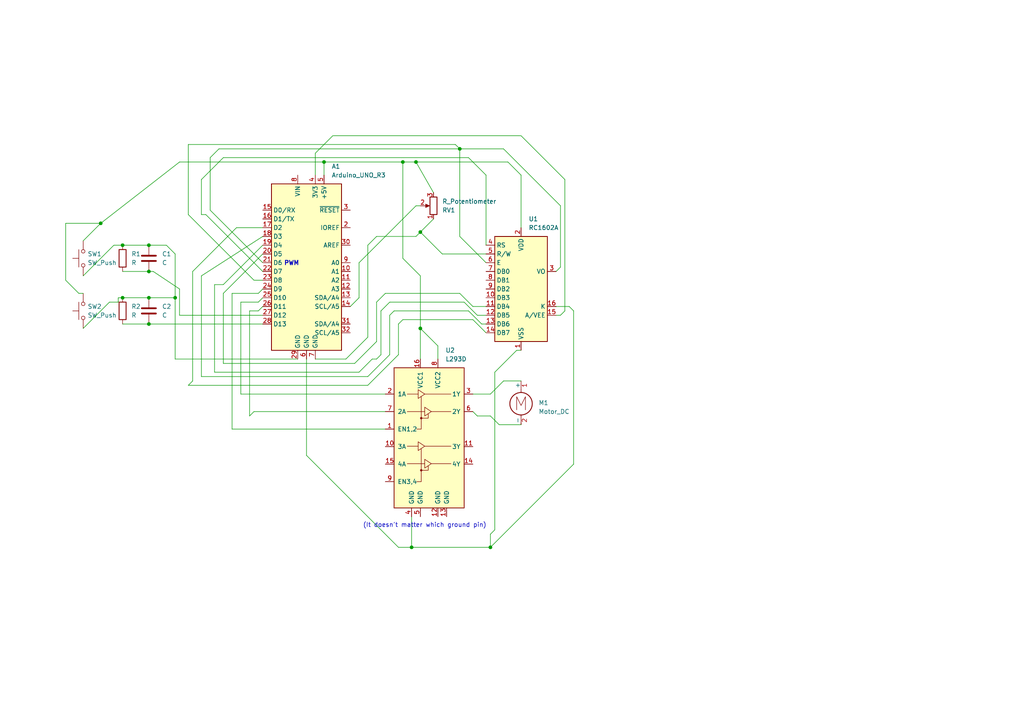
<source format=kicad_sch>
(kicad_sch (version 20231120) (generator "eeschema") (generator_version "8.0")
  (paper "A4")
  (lib_symbols
    (symbol "Device:C" (pin_numbers hide) (pin_names (offset 0.254))
      (property "Reference" "C" (at 0.635 2.54 0))
      (property "Value" "C" (at 0.635 -2.54 0))
      (symbol "C_0_1"
        (polyline (pts (xy -2.032 -0.762) (xy 2.032 -0.762)) (stroke (width 0.508)))
        (polyline (pts (xy -2.032 0.762) (xy 2.032 0.762)) (stroke (width 0.508)))
      )
      (symbol "C_1_1"
        (pin passive line (at 0 3.81 270) (length 2.794) (name "~") (number "1"))
        (pin passive line (at 0 -3.81 90) (length 2.794) (name "~") (number "2"))
      )
    )
    (symbol "Device:R" (pin_numbers hide) (pin_names (offset 0))
      (property "Reference" "R" (at 2.032 0 90))
      (property "Value" "R" (at 0 0 90))
      (symbol "R_0_1"
        (rectangle (start -1.016 -2.54) (end 1.016 2.54) (stroke (width 0.254)))
      )
      (symbol "R_1_1"
        (pin passive line (at 0 3.81 270) (length 1.27) (name "~") (number "1"))
        (pin passive line (at 0 -3.81 90) (length 1.27) (name "~") (number "2"))
      )
    )
    (symbol "Device:R_Potentiometer" (pin_names (offset 1.016) hide)
      (property "Reference" "RV" (at -4.445 0 90))
      (property "Value" "R_Potentiometer" (at -2.54 0 90))
      (symbol "R_Potentiometer_0_1"
        (polyline (pts (xy 2.54 0) (xy 1.524 0)))
        (polyline (pts (xy 1.143 0) (xy 2.286 0.508) (xy 2.286 -0.508) (xy 1.143 0)) (fill (type outline)))
        (rectangle (start 1.016 2.54) (end -1.016 -2.54) (stroke (width 0.254)))
      )
      (symbol "R_Potentiometer_1_1"
        (pin passive line (at 0 3.81 270) (length 1.27) (name "1") (number "1"))
        (pin passive line (at 3.81 0 180) (length 1.27) (name "2") (number "2"))
        (pin passive line (at 0 -3.81 90) (length 1.27) (name "3") (number "3"))
      )
    )
    (symbol "Display_Character:RC1602A"
      (property "Reference" "U" (at -6.35 16.51 0))
      (property "Value" "RC1602A" (at 2.794 16.51 0))
      (symbol "RC1602A_0_1"
        (rectangle (start -7.62 15.24) (end 7.62 -15.24) (stroke (width 0.254)) (fill (type background)))
      )
      (symbol "RC1602A_1_1"
        (pin power_in line (at 0 -17.78 90) (length 2.54) (name "VSS") (number "1"))
        (pin bidirectional line (at -10.16 -2.54 0) (length 2.54) (name "DB3") (number "10"))
        (pin bidirectional line (at -10.16 -5.08 0) (length 2.54) (name "DB4") (number "11"))
        (pin bidirectional line (at -10.16 -7.62 0) (length 2.54) (name "DB5") (number "12"))
        (pin bidirectional line (at -10.16 -10.16 0) (length 2.54) (name "DB6") (number "13"))
        (pin bidirectional line (at -10.16 -12.7 0) (length 2.54) (name "DB7") (number "14"))
        (pin power_in line (at 10.16 -7.62 180) (length 2.54) (name "A/VEE") (number "15"))
        (pin power_in line (at 10.16 -5.08 180) (length 2.54) (name "K") (number "16"))
        (pin power_in line (at 0 17.78 270) (length 2.54) (name "VDD") (number "2"))
        (pin power_in line (at 10.16 5.08 180) (length 2.54) (name "VO") (number "3"))
        (pin input line (at -10.16 12.7 0) (length 2.54) (name "RS") (number "4"))
        (pin input line (at -10.16 10.16 0) (length 2.54) (name "R/W") (number "5"))
        (pin input line (at -10.16 7.62 0) (length 2.54) (name "E") (number "6"))
        (pin bidirectional line (at -10.16 5.08 0) (length 2.54) (name "DB0") (number "7"))
        (pin bidirectional line (at -10.16 2.54 0) (length 2.54) (name "DB1") (number "8"))
        (pin bidirectional line (at -10.16 0 0) (length 2.54) (name "DB2") (number "9"))
      )
    )
    (symbol "Driver_Motor:L293D" (pin_names (offset 1.016))
      (property "Reference" "U" (at -5.08 26.035 0))
      (property "Value" "L293D" (at -5.08 24.13 0))
      (symbol "L293D_0_1"
        (rectangle (start -10.16 22.86) (end 10.16 -17.78) (stroke (width 0.254)) (fill (type background)))
        (circle (center -2.286 -6.858) (radius 0.254) (fill (type outline)))
        (circle (center -2.286 8.255) (radius 0.254) (fill (type outline)))
        (polyline (pts (xy -6.35 -4.953) (xy -1.27 -4.953)))
        (polyline (pts (xy -6.35 0.127) (xy -3.175 0.127)))
        (polyline (pts (xy -6.35 10.16) (xy -1.27 10.16)))
        (polyline (pts (xy -6.35 15.24) (xy -3.175 15.24)))
        (polyline (pts (xy -1.27 0.127) (xy 6.35 0.127)))
        (polyline (pts (xy -1.27 15.24) (xy 6.35 15.24)))
        (polyline (pts (xy 0.635 -4.953) (xy 6.35 -4.953)))
        (polyline (pts (xy 0.635 10.16) (xy 6.35 10.16)))
        (polyline (pts (xy -2.286 -6.858) (xy -0.254 -6.858) (xy -0.254 -5.588)))
        (polyline (pts (xy -2.286 -0.635) (xy -2.286 -10.16) (xy -3.556 -10.16)))
        (polyline (pts (xy -2.286 8.255) (xy -0.254 8.255) (xy -0.254 9.525)))
        (polyline (pts (xy -2.286 14.478) (xy -2.286 5.08) (xy -3.556 5.08)))
        (polyline (pts (xy -3.175 1.397) (xy -3.175 -1.143) (xy -1.27 0.127) (xy -3.175 1.397)))
        (polyline (pts (xy -3.175 16.51) (xy -3.175 13.97) (xy -1.27 15.24) (xy -3.175 16.51)))
        (polyline (pts (xy -1.27 -3.683) (xy -1.27 -6.223) (xy 0.635 -4.953) (xy -1.27 -3.683)))
        (polyline (pts (xy -1.27 11.43) (xy -1.27 8.89) (xy 0.635 10.16) (xy -1.27 11.43)))
      )
      (symbol "L293D_1_1"
        (pin input line (at -12.7 5.08 0) (length 2.54) (name "EN1,2") (number "1"))
        (pin input line (at -12.7 0 0) (length 2.54) (name "3A") (number "10"))
        (pin output line (at 12.7 0 180) (length 2.54) (name "3Y") (number "11"))
        (pin power_in line (at 2.54 -20.32 90) (length 2.54) (name "GND") (number "12"))
        (pin power_in line (at 5.08 -20.32 90) (length 2.54) (name "GND") (number "13"))
        (pin output line (at 12.7 -5.08 180) (length 2.54) (name "4Y") (number "14"))
        (pin input line (at -12.7 -5.08 0) (length 2.54) (name "4A") (number "15"))
        (pin power_in line (at -2.54 25.4 270) (length 2.54) (name "VCC1") (number "16"))
        (pin input line (at -12.7 15.24 0) (length 2.54) (name "1A") (number "2"))
        (pin output line (at 12.7 15.24 180) (length 2.54) (name "1Y") (number "3"))
        (pin power_in line (at -5.08 -20.32 90) (length 2.54) (name "GND") (number "4"))
        (pin power_in line (at -2.54 -20.32 90) (length 2.54) (name "GND") (number "5"))
        (pin output line (at 12.7 10.16 180) (length 2.54) (name "2Y") (number "6"))
        (pin input line (at -12.7 10.16 0) (length 2.54) (name "2A") (number "7"))
        (pin power_in line (at 2.54 25.4 270) (length 2.54) (name "VCC2") (number "8"))
        (pin input line (at -12.7 -10.16 0) (length 2.54) (name "EN3,4") (number "9"))
      )
    )
    (symbol "MCU_Module:Arduino_UNO_R3"
      (property "Reference" "A" (at -10.16 23.495 0))
      (property "Value" "Arduino_UNO_R3" (at 5.08 -26.67 0))
      (symbol "Arduino_UNO_R3_0_1"
        (rectangle (start -10.16 22.86) (end 10.16 -25.4) (stroke (width 0.254)) (fill (type background)))
      )
      (symbol "Arduino_UNO_R3_1_1"
        (pin no_connect line (at -10.16 -20.32 0) (length 2.54) hide (name "NC") (number "1"))
        (pin bidirectional line (at 12.7 -2.54 180) (length 2.54) (name "A1") (number "10"))
        (pin bidirectional line (at 12.7 -5.08 180) (length 2.54) (name "A2") (number "11"))
        (pin bidirectional line (at 12.7 -7.62 180) (length 2.54) (name "A3") (number "12"))
        (pin bidirectional line (at 12.7 -10.16 180) (length 2.54) (name "SDA/A4") (number "13"))
        (pin bidirectional line (at 12.7 -12.7 180) (length 2.54) (name "SCL/A5") (number "14"))
        (pin bidirectional line (at -12.7 15.24 0) (length 2.54) (name "D0/RX") (number "15"))
        (pin bidirectional line (at -12.7 12.7 0) (length 2.54) (name "D1/TX") (number "16"))
        (pin bidirectional line (at -12.7 10.16 0) (length 2.54) (name "D2") (number "17"))
        (pin bidirectional line (at -12.7 7.62 0) (length 2.54) (name "D3") (number "18"))
        (pin bidirectional line (at -12.7 5.08 0) (length 2.54) (name "D4") (number "19"))
        (pin output line (at 12.7 10.16 180) (length 2.54) (name "IOREF") (number "2"))
        (pin bidirectional line (at -12.7 2.54 0) (length 2.54) (name "D5") (number "20"))
        (pin bidirectional line (at -12.7 0 0) (length 2.54) (name "D6") (number "21"))
        (pin bidirectional line (at -12.7 -2.54 0) (length 2.54) (name "D7") (number "22"))
        (pin bidirectional line (at -12.7 -5.08 0) (length 2.54) (name "D8") (number "23"))
        (pin bidirectional line (at -12.7 -7.62 0) (length 2.54) (name "D9") (number "24"))
        (pin bidirectional line (at -12.7 -10.16 0) (length 2.54) (name "D10") (number "25"))
        (pin bidirectional line (at -12.7 -12.7 0) (length 2.54) (name "D11") (number "26"))
        (pin bidirectional line (at -12.7 -15.24 0) (length 2.54) (name "D12") (number "27"))
        (pin bidirectional line (at -12.7 -17.78 0) (length 2.54) (name "D13") (number "28"))
        (pin power_in line (at -2.54 -27.94 90) (length 2.54) (name "GND") (number "29"))
        (pin input line (at 12.7 15.24 180) (length 2.54) (name "~{RESET}") (number "3"))
        (pin input line (at 12.7 5.08 180) (length 2.54) (name "AREF") (number "30"))
        (pin bidirectional line (at 12.7 -17.78 180) (length 2.54) (name "SDA/A4") (number "31"))
        (pin bidirectional line (at 12.7 -20.32 180) (length 2.54) (name "SCL/A5") (number "32"))
        (pin power_out line (at 2.54 25.4 270) (length 2.54) (name "3V3") (number "4"))
        (pin power_out line (at 5.08 25.4 270) (length 2.54) (name "+5V") (number "5"))
        (pin power_in line (at 0 -27.94 90) (length 2.54) (name "GND") (number "6"))
        (pin power_in line (at 2.54 -27.94 90) (length 2.54) (name "GND") (number "7"))
        (pin power_in line (at -2.54 25.4 270) (length 2.54) (name "VIN") (number "8"))
        (pin bidirectional line (at 12.7 0 180) (length 2.54) (name "A0") (number "9"))
      )
    )
    (symbol "Motor:Motor_DC" (pin_names (offset 0))
      (property "Reference" "M" (at 2.54 2.54 0))
      (property "Value" "Motor_DC" (at 2.54 -5.08 0))
      (symbol "Motor_DC_0_0"
        (polyline (pts (xy -1.27 -3.302) (xy -1.27 0.508) (xy 0 -2.032) (xy 1.27 0.508) (xy 1.27 -3.302)))
      )
      (symbol "Motor_DC_0_1"
        (circle (center 0 -1.524) (radius 3.2512) (stroke (width 0.254)))
        (polyline (pts (xy 0 -7.62) (xy 0 -7.112)))
        (polyline (pts (xy 0 -4.7752) (xy 0 -5.1816)))
        (polyline (pts (xy 0 1.7272) (xy 0 2.0828)))
        (polyline (pts (xy 0 2.032) (xy 0 2.54)))
      )
      (symbol "Motor_DC_1_1"
        (pin passive line (at 0 5.08 270) (length 2.54) (name "+") (number "1"))
        (pin passive line (at 0 -7.62 90) (length 2.54) (name "-") (number "2"))
      )
    )
    (symbol "Switch:SW_Push" (pin_numbers hide) (pin_names (offset 1.016) hide)
      (property "Reference" "SW" (at 1.27 2.54 0))
      (property "Value" "SW_Push" (at 0 -1.524 0))
      (symbol "SW_Push_0_1"
        (circle (center -2.032 0) (radius 0.508))
        (polyline (pts (xy 0 1.27) (xy 0 3.048)))
        (polyline (pts (xy 2.54 1.27) (xy -2.54 1.27)))
        (circle (center 2.032 0) (radius 0.508))
        (pin passive line (at -5.08 0 0) (length 2.54) (name "1") (number "1"))
        (pin passive line (at 5.08 0 180) (length 2.54) (name "2") (number "2"))
      )
    )
  )
  (junction (at 121.92 95.25))
  (junction (at 29.21 64.77))
  (junction (at 142.24 158.75))
  (junction (at 133.35 43.18))
  (junction (at 43.18 93.98))
  (junction (at 116.84 46.99))
  (junction (at 43.18 86.36))
  (junction (at 35.56 71.12))
  (junction (at 119.38 158.75))
  (junction (at 120.65 46.99))
  (junction (at 35.56 86.36))
  (junction (at 121.92 67.31))
  (junction (at 43.18 71.12))
  (junction (at 50.8 86.36))
  (junction (at 43.18 78.74))
  (junction (at 93.98 46.99))
  (wire (pts (xy 133.35 43.18) (xy 146.05 43.18)))
  (wire (pts (xy 31.75 87.63) (xy 34.29 87.63)))
  (wire (pts (xy 19.05 64.77) (xy 29.21 64.77)))
  (wire (pts (xy 144.78 123.19) (xy 142.24 120.65)))
  (wire (pts (xy 138.43 120.65) (xy 137.16 119.38)))
  (wire (pts (xy 120.65 59.69) (xy 104.14 76.2)))
  (wire (pts (xy 142.24 154.94) (xy 142.24 158.75)))
  (wire (pts (xy 133.35 43.18) (xy 133.35 68.58)))
  (wire (pts (xy 104.14 86.36) (xy 101.6 88.9)))
  (wire (pts (xy 67.31 85.09) (xy 67.31 124.46)))
  (wire (pts (xy 109.22 104.14) (xy 107.95 104.14)))
  (wire (pts (xy 58.42 109.22) (xy 106.68 109.22)))
  (wire (pts (xy 139.7 93.98) (xy 135.89 90.17)))
  (wire (pts (xy 116.84 46.99) (xy 116.84 74.93)))
  (wire (pts (xy 106.68 111.76) (xy 115.57 102.87)))
  (wire (pts (xy 43.18 93.98) (xy 76.2 93.98)))
  (wire (pts (xy 62.23 82.55) (xy 62.23 107.95)))
  (wire (pts (xy 93.98 46.99) (xy 116.84 46.99)))
  (wire (pts (xy 120.65 68.58) (xy 121.92 67.31)))
  (wire (pts (xy 64.77 85.09) (xy 76.2 73.66)))
  (wire (pts (xy 58.42 80.01) (xy 76.2 68.58)))
  (wire (pts (xy 109.22 99.06) (xy 102.87 105.41)))
  (wire (pts (xy 133.35 68.58) (xy 140.97 76.2)))
  (wire (pts (xy 163.83 52.07) (xy 151.13 39.37)))
  (wire (pts (xy 120.65 46.99) (xy 147.32 46.99)))
  (wire (pts (xy 52.07 46.99) (xy 29.21 64.77)))
  (wire (pts (xy 76.2 76.2) (xy 60.96 60.96)))
  (wire (pts (xy 109.22 87.63) (xy 109.22 99.06)))
  (wire (pts (xy 74.93 90.17) (xy 76.2 88.9)))
  (wire (pts (xy 52.07 91.44) (xy 76.2 91.44)))
  (wire (pts (xy 121.92 104.14) (xy 121.92 95.25)))
  (wire (pts (xy 68.58 66.04) (xy 55.88 78.74)))
  (wire (pts (xy 104.14 76.2) (xy 104.14 86.36)))
  (wire (pts (xy 106.68 97.79) (xy 106.68 71.12)))
  (wire (pts (xy 74.93 85.09) (xy 76.2 83.82)))
  (wire (pts (xy 43.18 71.12) (xy 48.26 71.12)))
  (wire (pts (xy 161.29 88.9) (xy 165.1 88.9)))
  (wire (pts (xy 111.76 85.09) (xy 109.22 87.63)))
  (wire (pts (xy 146.05 43.18) (xy 162.56 59.69)))
  (wire (pts (xy 48.26 71.12) (xy 50.8 73.66)))
  (wire (pts (xy 135.89 90.17) (xy 114.3 90.17)))
  (wire (pts (xy 116.84 46.99) (xy 120.65 46.99)))
  (wire (pts (xy 128.27 73.66) (xy 121.92 67.31)))
  (wire (pts (xy 109.22 68.58) (xy 120.65 68.58)))
  (wire (pts (xy 64.77 105.41) (xy 102.87 105.41)))
  (wire (pts (xy 133.35 85.09) (xy 111.76 85.09)))
  (wire (pts (xy 88.9 104.14) (xy 88.9 132.08)))
  (wire (pts (xy 113.03 102.87) (xy 106.68 109.22)))
  (wire (pts (xy 111.76 119.38) (xy 73.66 119.38)))
  (wire (pts (xy 54.61 41.91) (xy 132.08 41.91)))
  (wire (pts (xy 151.13 39.37) (xy 96.52 39.37)))
  (wire (pts (xy 161.29 91.44) (xy 162.56 91.44)))
  (wire (pts (xy 35.56 93.98) (xy 43.18 93.98)))
  (wire (pts (xy 142.24 120.65) (xy 138.43 120.65)))
  (wire (pts (xy 62.23 82.55) (xy 64.77 82.55)))
  (wire (pts (xy 60.96 45.72) (xy 63.5 43.18)))
  (wire (pts (xy 54.61 111.76) (xy 106.68 111.76)))
  (wire (pts (xy 88.9 132.08) (xy 115.57 158.75)))
  (wire (pts (xy 135.89 45.72) (xy 64.77 45.72)))
  (wire (pts (xy 91.44 44.45) (xy 91.44 50.8)))
  (wire (pts (xy 140.97 93.98) (xy 139.7 93.98)))
  (wire (pts (xy 55.88 78.74) (xy 55.88 110.49)))
  (wire (pts (xy 50.8 73.66) (xy 50.8 86.36)))
  (wire (pts (xy 72.39 90.17) (xy 74.93 90.17)))
  (wire (pts (xy 143.51 107.95) (xy 143.51 153.67)))
  (wire (pts (xy 119.38 149.86) (xy 119.38 158.75)))
  (wire (pts (xy 113.03 91.44) (xy 113.03 102.87)))
  (wire (pts (xy 35.56 78.74) (xy 43.18 78.74)))
  (wire (pts (xy 58.42 52.07) (xy 58.42 62.23)))
  (wire (pts (xy 106.68 71.12) (xy 109.22 68.58)))
  (wire (pts (xy 22.86 85.09) (xy 19.05 81.28)))
  (wire (pts (xy 63.5 43.18) (xy 133.35 43.18)))
  (wire (pts (xy 146.05 110.49) (xy 151.13 110.49)))
  (wire (pts (xy 50.8 86.36) (xy 50.8 104.14)))
  (wire (pts (xy 151.13 101.6) (xy 149.86 101.6)))
  (wire (pts (xy 34.29 86.36) (xy 35.56 86.36)))
  (wire (pts (xy 121.92 59.69) (xy 120.65 59.69)))
  (wire (pts (xy 43.18 78.74) (xy 44.45 78.74)))
  (wire (pts (xy 58.42 109.22) (xy 58.42 80.01)))
  (wire (pts (xy 115.57 93.98) (xy 116.84 92.71)))
  (wire (pts (xy 115.57 158.75) (xy 119.38 158.75)))
  (wire (pts (xy 166.37 134.62) (xy 142.24 158.75)))
  (wire (pts (xy 73.66 119.38) (xy 72.39 120.65)))
  (wire (pts (xy 96.52 39.37) (xy 91.44 44.45)))
  (wire (pts (xy 120.65 46.99) (xy 125.73 55.88)))
  (wire (pts (xy 151.13 66.04) (xy 151.13 50.8)))
  (wire (pts (xy 137.16 114.3) (xy 142.24 114.3)))
  (wire (pts (xy 110.49 90.17) (xy 110.49 102.87)))
  (wire (pts (xy 140.97 71.12) (xy 140.97 50.8)))
  (wire (pts (xy 55.88 110.49) (xy 54.61 111.76)))
  (wire (pts (xy 162.56 59.69) (xy 162.56 77.47)))
  (wire (pts (xy 59.69 62.23) (xy 76.2 78.74)))
  (wire (pts (xy 132.08 41.91) (xy 133.35 43.18)))
  (wire (pts (xy 151.13 50.8) (xy 147.32 46.99)))
  (wire (pts (xy 127 100.33) (xy 121.92 95.25)))
  (wire (pts (xy 50.8 104.14) (xy 86.36 104.14)))
  (wire (pts (xy 43.18 86.36) (xy 50.8 86.36)))
  (wire (pts (xy 73.66 81.28) (xy 54.61 62.23)))
  (wire (pts (xy 143.51 153.67) (xy 142.24 154.94)))
  (wire (pts (xy 52.07 83.82) (xy 52.07 91.44)))
  (wire (pts (xy 165.1 88.9) (xy 166.37 90.17)))
  (wire (pts (xy 44.45 78.74) (xy 52.07 83.82)))
  (wire (pts (xy 121.92 95.25) (xy 121.92 80.01)))
  (wire (pts (xy 74.93 87.63) (xy 76.2 86.36)))
  (wire (pts (xy 151.13 123.19) (xy 144.78 123.19)))
  (wire (pts (xy 113.03 87.63) (xy 110.49 90.17)))
  (wire (pts (xy 138.43 91.44) (xy 134.62 87.63)))
  (wire (pts (xy 64.77 85.09) (xy 64.77 105.41)))
  (wire (pts (xy 140.97 73.66) (xy 128.27 73.66)))
  (wire (pts (xy 166.37 90.17) (xy 166.37 134.62)))
  (wire (pts (xy 67.31 85.09) (xy 74.93 85.09)))
  (wire (pts (xy 64.77 45.72) (xy 58.42 52.07)))
  (wire (pts (xy 64.77 82.55) (xy 76.2 71.12)))
  (wire (pts (xy 121.92 80.01) (xy 116.84 74.93)))
  (wire (pts (xy 24.13 85.09) (xy 22.86 85.09)))
  (wire (pts (xy 93.98 46.99) (xy 93.98 50.8)))
  (wire (pts (xy 100.33 104.14) (xy 106.68 97.79)))
  (wire (pts (xy 52.07 46.99) (xy 93.98 46.99)))
  (wire (pts (xy 162.56 77.47) (xy 161.29 78.74)))
  (wire (pts (xy 35.56 86.36) (xy 43.18 86.36)))
  (wire (pts (xy 24.13 80.01) (xy 33.02 71.12)))
  (wire (pts (xy 142.24 114.3) (xy 146.05 110.49)))
  (wire (pts (xy 33.02 71.12) (xy 35.56 71.12)))
  (wire (pts (xy 29.21 64.77) (xy 24.13 69.85)))
  (wire (pts (xy 137.16 92.71) (xy 140.97 96.52)))
  (wire (pts (xy 72.39 90.17) (xy 72.39 120.65)))
  (wire (pts (xy 24.13 95.25) (xy 31.75 87.63)))
  (wire (pts (xy 76.2 81.28) (xy 73.66 81.28)))
  (wire (pts (xy 116.84 92.71) (xy 137.16 92.71)))
  (wire (pts (xy 162.56 91.44) (xy 163.83 90.17)))
  (wire (pts (xy 149.86 101.6) (xy 143.51 107.95)))
  (wire (pts (xy 140.97 91.44) (xy 138.43 91.44)))
  (wire (pts (xy 134.62 87.63) (xy 113.03 87.63)))
  (wire (pts (xy 69.85 87.63) (xy 74.93 87.63)))
  (wire (pts (xy 140.97 88.9) (xy 137.16 88.9)))
  (wire (pts (xy 107.95 104.14) (xy 104.14 107.95)))
  (wire (pts (xy 110.49 102.87) (xy 109.22 104.14)))
  (wire (pts (xy 121.92 67.31) (xy 125.73 63.5)))
  (wire (pts (xy 76.2 66.04) (xy 68.58 66.04)))
  (wire (pts (xy 67.31 124.46) (xy 111.76 124.46)))
  (wire (pts (xy 54.61 41.91) (xy 54.61 62.23)))
  (wire (pts (xy 60.96 60.96) (xy 60.96 45.72)))
  (wire (pts (xy 69.85 114.3) (xy 111.76 114.3)))
  (wire (pts (xy 114.3 90.17) (xy 113.03 91.44)))
  (wire (pts (xy 62.23 107.95) (xy 104.14 107.95)))
  (wire (pts (xy 91.44 104.14) (xy 100.33 104.14)))
  (wire (pts (xy 137.16 88.9) (xy 133.35 85.09)))
  (wire (pts (xy 69.85 87.63) (xy 69.85 114.3)))
  (wire (pts (xy 115.57 102.87) (xy 115.57 93.98)))
  (wire (pts (xy 35.56 71.12) (xy 43.18 71.12)))
  (wire (pts (xy 140.97 50.8) (xy 135.89 45.72)))
  (wire (pts (xy 127 104.14) (xy 127 100.33)))
  (wire (pts (xy 58.42 62.23) (xy 59.69 62.23)))
  (wire (pts (xy 163.83 90.17) (xy 163.83 52.07)))
  (wire (pts (xy 34.29 87.63) (xy 34.29 86.36)))
  (wire (pts (xy 19.05 64.77) (xy 19.05 81.28)))
  (wire (pts (xy 119.38 158.75) (xy 142.24 158.75)))
  (text "(It doesn't matter which ground pin)" (at 123.19 152.4 0) (effects (font (size 1.27 1.27))))
  (text "~" (at 83.058 76.454 0) (effects (font (size 1.27 1.27) (thickness 0.254) (bold yes))))
  (text "PWM" (at 84.582 76.454 0) (effects (font (size 1.27 1.27) (thickness 0.254) (bold yes))))
  (text "~" (at 83.058 76.454 0) (effects (font (size 1.27 1.27) (thickness 0.254) (bold yes))))
  (symbol (lib_id "Device:C") (at 43.18 74.93 0) (unit 1)
    (property "Reference" "C1" (at 46.99 73.6599 0) (effects (justify left)))
    (property "Value" "C" (at 46.99 76.1999 0) (effects (justify left)))
    (property "Description" "Unpolarized capacitor" (effects (hide yes)))
  )
  (symbol (lib_id "Display_Character:RC1602A") (at 151.13 83.82 0) (unit 1)
    (property "Reference" "U1" (at 153.3241 63.5 0) (effects (justify left)))
    (property "Value" "RC1602A" (at 153.3241 66.04 0) (effects (justify left)))
    (property "Footprint" "Display:RC1602A" (effects (hide yes)))
    (property "Datasheet" "http://www.raystar-optronics.com/down.php?ProID=18" (effects (hide yes)))
    (property "Description" "LCD 16x2 Alphanumeric gray backlight, 3 or 5V VDD" (effects (hide yes)))
  )
  (symbol (lib_id "Motor:Motor_DC") (at 151.13 115.57 0) (unit 1)
    (property "Reference" "M1" (at 156.21 116.8399 0) (effects (justify left)))
    (property "Value" "Motor_DC" (at 156.21 119.3799 0) (effects (justify left)))
    (property "Description" "DC Motor" (effects (hide yes)))
  )
  (symbol (lib_id "MCU_Module:Arduino_UNO_R3") (at 88.9 76.2 0) (unit 1)
    (property "Reference" "A1" (at 96.1741 48.26 0) (effects (justify left)))
    (property "Value" "Arduino_UNO_R3" (at 96.1741 50.8 0) (effects (justify left)))
    (property "Footprint" "Module:Arduino_UNO_R3" (effects (hide yes)))
    (property "Datasheet" "https://www.arduino.cc/en/Main/arduinoBoardUno" (effects (hide yes)))
    (property "Description" "Arduino UNO Microcontroller Module, release 3" (effects (hide yes)))
  )
  (symbol (lib_id "Device:R") (at 35.56 74.93 0) (unit 1)
    (property "Reference" "R1" (at 38.1 73.6599 0) (effects (justify left)))
    (property "Value" "R" (at 38.1 76.1999 0) (effects (justify left)))
    (property "Description" "Resistor" (effects (hide yes)))
  )
  (symbol (lib_id "Device:R") (at 35.56 90.17 0) (unit 1)
    (property "Reference" "R2" (at 38.1 88.8999 0) (effects (justify left)))
    (property "Value" "R" (at 38.1 91.4399 0) (effects (justify left)))
    (property "Description" "Resistor" (effects (hide yes)))
  )
  (symbol (lib_id "Switch:SW_Push") (at 24.13 74.93 90) (unit 1)
    (property "Reference" "SW1" (at 25.4 73.6599 90) (effects (justify right)))
    (property "Value" "SW_Push" (at 25.4 76.1999 90) (effects (justify right)))
    (property "Description" "Push button switch, generic, two pins" (effects (hide yes)))
  )
  (symbol (lib_id "Device:C") (at 43.18 90.17 0) (unit 1)
    (property "Reference" "C2" (at 46.99 88.8999 0) (effects (justify left)))
    (property "Value" "C" (at 46.99 91.4399 0) (effects (justify left)))
    (property "Description" "Unpolarized capacitor" (effects (hide yes)))
  )
  (symbol (lib_id "Switch:SW_Push") (at 24.13 90.17 90) (unit 1)
    (property "Reference" "SW2" (at 25.4 88.8999 90) (effects (justify right)))
    (property "Value" "SW_Push" (at 25.4 91.4399 90) (effects (justify right)))
    (property "Description" "Push button switch, generic, two pins" (effects (hide yes)))
  )
  (symbol (lib_id "Driver_Motor:L293D") (at 124.46 129.54 0) (unit 1)
    (property "Reference" "U2" (at 129.1941 101.6 0) (effects (justify left)))
    (property "Value" "L293D" (at 129.1941 104.14 0) (effects (justify left)))
    (property "Footprint" "Package_DIP:DIP-16_W7.62mm" (effects (hide yes)))
    (property "Datasheet" "http://www.ti.com/lit/ds/symlink/l293.pdf" (effects (hide yes)))
    (property "Description" "Quadruple Half-H Drivers" (effects (hide yes)))
  )
  (symbol (lib_id "Device:R_Potentiometer") (at 125.73 59.69 180) (unit 1)
    (property "Reference" "RV1" (at 128.27 60.9601 0) (effects (justify right)))
    (property "Value" "R_Potentiometer" (at 128.27 58.4201 0) (effects (justify right)))
    (property "Description" "Potentiometer" (effects (hide yes)))
  )
)
</source>
